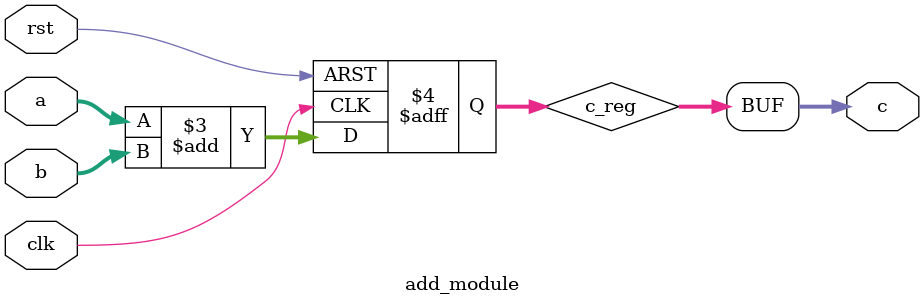
<source format=v>
`timescale 1ns / 1ps


module add_module(
    input clk,
    input rst,
    input [3:0] a,
    input [3:0] b,
    output [4:0] c
    );
    
    reg [4:0] c_reg;
    
    always@(posedge clk, posedge rst) begin
        if (rst == 1'b1)
           c_reg <= 0;
        else
           c_reg <= a + b;
    end
    
     
    //assign c = a + b;
    assign c = c_reg;
    
endmodule

</source>
